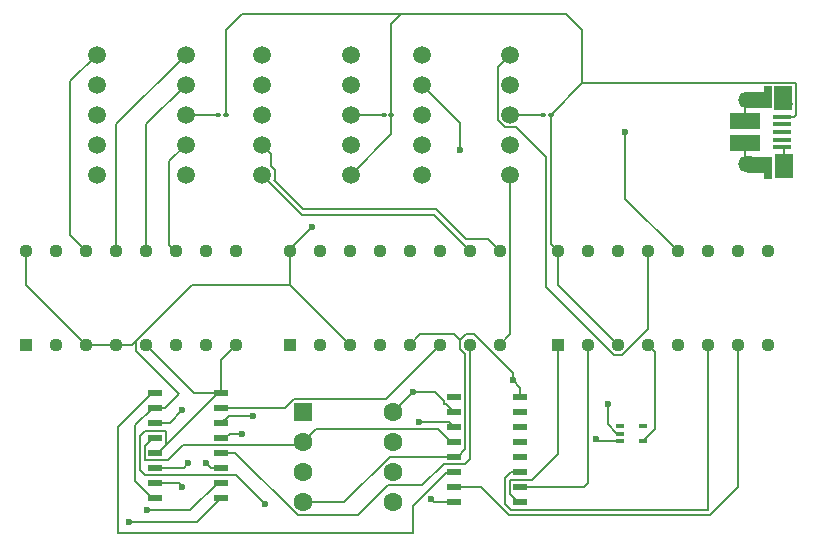
<source format=gbr>
%TF.GenerationSoftware,KiCad,Pcbnew,9.0.1*%
%TF.CreationDate,2025-05-07T13:52:14+02:00*%
%TF.ProjectId,HelioHeat,48656c69-6f48-4656-9174-2e6b69636164,rev?*%
%TF.SameCoordinates,Original*%
%TF.FileFunction,Copper,L1,Top*%
%TF.FilePolarity,Positive*%
%FSLAX46Y46*%
G04 Gerber Fmt 4.6, Leading zero omitted, Abs format (unit mm)*
G04 Created by KiCad (PCBNEW 9.0.1) date 2025-05-07 13:52:14*
%MOMM*%
%LPD*%
G01*
G04 APERTURE LIST*
G04 Aperture macros list*
%AMRoundRect*
0 Rectangle with rounded corners*
0 $1 Rounding radius*
0 $2 $3 $4 $5 $6 $7 $8 $9 X,Y pos of 4 corners*
0 Add a 4 corners polygon primitive as box body*
4,1,4,$2,$3,$4,$5,$6,$7,$8,$9,$2,$3,0*
0 Add four circle primitives for the rounded corners*
1,1,$1+$1,$2,$3*
1,1,$1+$1,$4,$5*
1,1,$1+$1,$6,$7*
1,1,$1+$1,$8,$9*
0 Add four rect primitives between the rounded corners*
20,1,$1+$1,$2,$3,$4,$5,0*
20,1,$1+$1,$4,$5,$6,$7,0*
20,1,$1+$1,$6,$7,$8,$9,0*
20,1,$1+$1,$8,$9,$2,$3,0*%
G04 Aperture macros list end*
%TA.AperFunction,SMDPad,CuDef*%
%ADD10R,1.200000X0.600000*%
%TD*%
%TA.AperFunction,ComponentPad*%
%ADD11R,1.130000X1.130000*%
%TD*%
%TA.AperFunction,ComponentPad*%
%ADD12C,1.130000*%
%TD*%
%TA.AperFunction,SMDPad,CuDef*%
%ADD13RoundRect,0.100000X-0.130000X-0.100000X0.130000X-0.100000X0.130000X0.100000X-0.130000X0.100000X0*%
%TD*%
%TA.AperFunction,SMDPad,CuDef*%
%ADD14R,1.650000X0.400000*%
%TD*%
%TA.AperFunction,SMDPad,CuDef*%
%ADD15R,0.700000X1.825000*%
%TD*%
%TA.AperFunction,SMDPad,CuDef*%
%ADD16R,1.500000X2.000000*%
%TD*%
%TA.AperFunction,SMDPad,CuDef*%
%ADD17R,2.000000X1.350000*%
%TD*%
%TA.AperFunction,HeatsinkPad*%
%ADD18O,1.700000X1.350000*%
%TD*%
%TA.AperFunction,HeatsinkPad*%
%ADD19O,1.500000X1.100000*%
%TD*%
%TA.AperFunction,SMDPad,CuDef*%
%ADD20R,2.500000X1.430000*%
%TD*%
%TA.AperFunction,ComponentPad*%
%ADD21C,1.508000*%
%TD*%
%TA.AperFunction,SMDPad,CuDef*%
%ADD22RoundRect,0.100000X-0.225000X-0.100000X0.225000X-0.100000X0.225000X0.100000X-0.225000X0.100000X0*%
%TD*%
%TA.AperFunction,ComponentPad*%
%ADD23RoundRect,0.250000X-0.550000X-0.550000X0.550000X-0.550000X0.550000X0.550000X-0.550000X0.550000X0*%
%TD*%
%TA.AperFunction,ComponentPad*%
%ADD24C,1.600000*%
%TD*%
%TA.AperFunction,ViaPad*%
%ADD25C,0.600000*%
%TD*%
%TA.AperFunction,Conductor*%
%ADD26C,0.200000*%
%TD*%
%TA.AperFunction,Conductor*%
%ADD27C,0.180000*%
%TD*%
G04 APERTURE END LIST*
D10*
%TO.P,U6,1,QB*%
%TO.N,Net-(U4-B_IN)*%
X112600000Y-60270000D03*
%TO.P,U6,2,QC*%
%TO.N,Net-(U4-C_IN)*%
X112600000Y-59000000D03*
%TO.P,U6,3,QD*%
%TO.N,Net-(U4-D_IN)*%
X112600000Y-57730000D03*
%TO.P,U6,4,QE*%
%TO.N,unconnected-(U6-QE-Pad4)*%
X112600000Y-56460000D03*
%TO.P,U6,5,QF*%
%TO.N,unconnected-(U6-QF-Pad5)*%
X112600000Y-55190000D03*
%TO.P,U6,6,QG*%
%TO.N,unconnected-(U6-QG-Pad6)*%
X112600000Y-53920000D03*
%TO.P,U6,7,QH*%
%TO.N,unconnected-(U6-QH-Pad7)*%
X112600000Y-52650000D03*
%TO.P,U6,8,GND*%
%TO.N,GND*%
X112600000Y-51380000D03*
%TO.P,U6,9,QH'*%
%TO.N,unconnected-(U6-QH&apos;-Pad9)*%
X107000000Y-51380000D03*
%TO.P,U6,10,~{SRCLR}*%
%TO.N,+5V*%
X107000000Y-52650000D03*
%TO.P,U6,11,SRCLK*%
%TO.N,Net-(U1-~{RESET}{slash}PB5)*%
X107000000Y-53920000D03*
%TO.P,U6,12,RCLK*%
%TO.N,Net-(U1-XTAL1{slash}PB3)*%
X107000000Y-55190000D03*
%TO.P,U6,13,~{OE}*%
%TO.N,GND*%
X107000000Y-56460000D03*
%TO.P,U6,14,SER*%
%TO.N,Net-(U5-QH')*%
X107000000Y-57730000D03*
%TO.P,U6,15,QA*%
%TO.N,Net-(U4-A_IN)*%
X107000000Y-59000000D03*
%TO.P,U6,16,VCC*%
%TO.N,+5V*%
X107000000Y-60270000D03*
%TD*%
D11*
%TO.P,U4,1,B_IN*%
%TO.N,Net-(U4-B_IN)*%
X115800000Y-47000000D03*
D12*
%TO.P,U4,2,C_IN*%
%TO.N,Net-(U4-C_IN)*%
X118340000Y-47000000D03*
%TO.P,U4,3,~{LT}*%
%TO.N,+5V*%
X120880000Y-47000000D03*
%TO.P,U4,4,~{BL}*%
X123420000Y-47000000D03*
%TO.P,U4,5,LE/~{STROBE}*%
%TO.N,GND*%
X125960000Y-47000000D03*
%TO.P,U4,6,D_IN*%
%TO.N,Net-(U4-D_IN)*%
X128500000Y-47000000D03*
%TO.P,U4,7,A_IN*%
%TO.N,Net-(U4-A_IN)*%
X131040000Y-47000000D03*
%TO.P,U4,8,VSS*%
%TO.N,GND*%
X133580000Y-47000000D03*
%TO.P,U4,9,E_OUT*%
%TO.N,Net-(U4-E_OUT)*%
X133580000Y-39060000D03*
%TO.P,U4,10,D_OUT*%
%TO.N,Net-(U4-D_OUT)*%
X131040000Y-39060000D03*
%TO.P,U4,11,C_OUT*%
%TO.N,Net-(U4-C_OUT)*%
X128500000Y-39060000D03*
%TO.P,U4,12,B_OUT*%
%TO.N,Net-(U4-B_OUT)*%
X125960000Y-39060000D03*
%TO.P,U4,13,A_OUT*%
%TO.N,Net-(U4-A_OUT)*%
X123420000Y-39060000D03*
%TO.P,U4,14,G_OUT*%
%TO.N,Net-(U4-G_OUT)*%
X120880000Y-39060000D03*
%TO.P,U4,15,F_OUT*%
%TO.N,Net-(U4-F_OUT)*%
X118340000Y-39060000D03*
%TO.P,U4,16,VDD*%
%TO.N,+5V*%
X115800000Y-39060000D03*
%TD*%
D13*
%TO.P,R3,1*%
%TO.N,Net-(D3-Pad3)*%
X114525000Y-27500000D03*
%TO.P,R3,2*%
%TO.N,+5V*%
X115165000Y-27500000D03*
%TD*%
D11*
%TO.P,U3,1,B_IN*%
%TO.N,Net-(U3-B_IN)*%
X93110000Y-46970000D03*
D12*
%TO.P,U3,2,C_IN*%
%TO.N,Net-(U3-C_IN)*%
X95650000Y-46970000D03*
%TO.P,U3,3,~{LT}*%
%TO.N,+5V*%
X98190000Y-46970000D03*
%TO.P,U3,4,~{BL}*%
X100730000Y-46970000D03*
%TO.P,U3,5,LE/~{STROBE}*%
%TO.N,GND*%
X103270000Y-46970000D03*
%TO.P,U3,6,D_IN*%
%TO.N,Net-(U3-D_IN)*%
X105810000Y-46970000D03*
%TO.P,U3,7,A_IN*%
%TO.N,Net-(U3-A_IN)*%
X108350000Y-46970000D03*
%TO.P,U3,8,VSS*%
%TO.N,GND*%
X110890000Y-46970000D03*
%TO.P,U3,9,E_OUT*%
%TO.N,Net-(U3-E_OUT)*%
X110890000Y-39030000D03*
%TO.P,U3,10,D_OUT*%
%TO.N,Net-(U3-D_OUT)*%
X108350000Y-39030000D03*
%TO.P,U3,11,C_OUT*%
%TO.N,Net-(U3-C_OUT)*%
X105810000Y-39030000D03*
%TO.P,U3,12,B_OUT*%
%TO.N,Net-(U3-B_OUT)*%
X103270000Y-39030000D03*
%TO.P,U3,13,A_OUT*%
%TO.N,Net-(U3-A_OUT)*%
X100730000Y-39030000D03*
%TO.P,U3,14,G_OUT*%
%TO.N,Net-(U3-G_OUT)*%
X98190000Y-39030000D03*
%TO.P,U3,15,F_OUT*%
%TO.N,Net-(U3-F_OUT)*%
X95650000Y-39030000D03*
%TO.P,U3,16,VDD*%
%TO.N,+5V*%
X93110000Y-39030000D03*
%TD*%
D14*
%TO.P,J1,1,VBUS*%
%TO.N,+5V*%
X134765000Y-27675000D03*
%TO.P,J1,2,D-*%
%TO.N,unconnected-(J1-D--Pad2)*%
X134765000Y-28325000D03*
%TO.P,J1,3,D+*%
%TO.N,unconnected-(J1-D+-Pad3)*%
X134765000Y-28975000D03*
%TO.P,J1,4,ID*%
%TO.N,unconnected-(J1-ID-Pad4)*%
X134765000Y-29625000D03*
%TO.P,J1,5,GND*%
%TO.N,GND*%
X134765000Y-30275000D03*
D15*
%TO.P,J1,6,Shield*%
X133565000Y-26025000D03*
D16*
X134865000Y-26125000D03*
D17*
X132815000Y-26245000D03*
D18*
X131885000Y-26245000D03*
D19*
X134885000Y-26555000D03*
D20*
X131615000Y-28015000D03*
X131615000Y-29935000D03*
D19*
X134885000Y-31395000D03*
D18*
X131885000Y-31705000D03*
D17*
X132815000Y-31725000D03*
D16*
X134885000Y-31875000D03*
D15*
X133565000Y-31975000D03*
%TD*%
D21*
%TO.P,D3,1*%
%TO.N,Net-(U4-G_OUT)*%
X104240000Y-22420000D03*
%TO.P,D3,2*%
%TO.N,Net-(U4-F_OUT)*%
X104240000Y-24960000D03*
%TO.P,D3,3*%
%TO.N,Net-(D3-Pad3)*%
X104240000Y-27500000D03*
%TO.P,D3,4*%
%TO.N,Net-(U4-E_OUT)*%
X104240000Y-30040000D03*
%TO.P,D3,5*%
%TO.N,Net-(U4-D_OUT)*%
X104240000Y-32580000D03*
%TO.P,D3,6*%
%TO.N,GND*%
X111760000Y-32580000D03*
%TO.P,D3,7*%
%TO.N,Net-(U4-C_OUT)*%
X111760000Y-30040000D03*
%TO.P,D3,8*%
%TO.N,Net-(D3-Pad3)*%
X111760000Y-27500000D03*
%TO.P,D3,9*%
%TO.N,Net-(U4-B_OUT)*%
X111760000Y-24960000D03*
%TO.P,D3,10*%
%TO.N,Net-(U4-A_OUT)*%
X111760000Y-22420000D03*
%TD*%
D22*
%TO.P,U7,1,NC*%
%TO.N,unconnected-(U7-NC-Pad1)*%
X121050000Y-53850000D03*
%TO.P,U7,2,GND*%
%TO.N,GND*%
X121050000Y-54500000D03*
%TO.P,U7,3,V_{OUT}*%
%TO.N,Net-(U1-PB2)*%
X121050000Y-55150000D03*
%TO.P,U7,4,V_{DD}*%
%TO.N,+5V*%
X122950000Y-55150000D03*
%TO.P,U7,5,NC*%
%TO.N,unconnected-(U7-NC-Pad5)*%
X122950000Y-53850000D03*
%TD*%
D13*
%TO.P,R1,1*%
%TO.N,Net-(D1-Pad3)*%
X87025000Y-27500000D03*
%TO.P,R1,2*%
%TO.N,+5V*%
X87665000Y-27500000D03*
%TD*%
D21*
%TO.P,D1,1*%
%TO.N,Net-(U2-G_OUT)*%
X76740000Y-22420000D03*
%TO.P,D1,2*%
%TO.N,Net-(U2-F_OUT)*%
X76740000Y-24960000D03*
%TO.P,D1,3*%
%TO.N,Net-(D1-Pad3)*%
X76740000Y-27500000D03*
%TO.P,D1,4*%
%TO.N,Net-(U2-E_OUT)*%
X76740000Y-30040000D03*
%TO.P,D1,5*%
%TO.N,Net-(U2-D_OUT)*%
X76740000Y-32580000D03*
%TO.P,D1,6*%
%TO.N,GND*%
X84260000Y-32580000D03*
%TO.P,D1,7*%
%TO.N,Net-(U2-C_OUT)*%
X84260000Y-30040000D03*
%TO.P,D1,8*%
%TO.N,Net-(D1-Pad3)*%
X84260000Y-27500000D03*
%TO.P,D1,9*%
%TO.N,Net-(U2-B_OUT)*%
X84260000Y-24960000D03*
%TO.P,D1,10*%
%TO.N,Net-(U2-A_OUT)*%
X84260000Y-22420000D03*
%TD*%
D23*
%TO.P,U1,1,~{RESET}/PB5*%
%TO.N,Net-(U1-~{RESET}{slash}PB5)*%
X94195000Y-52690000D03*
D24*
%TO.P,U1,2,XTAL1/PB3*%
%TO.N,Net-(U1-XTAL1{slash}PB3)*%
X94195000Y-55230000D03*
%TO.P,U1,3,XTAL2/PB4*%
%TO.N,Net-(U1-XTAL2{slash}PB4)*%
X94195000Y-57770000D03*
%TO.P,U1,4,GND*%
%TO.N,GND*%
X94195000Y-60310000D03*
%TO.P,U1,5,AREF/PB0*%
%TO.N,unconnected-(U1-AREF{slash}PB0-Pad5)*%
X101815000Y-60310000D03*
%TO.P,U1,6,PB1*%
%TO.N,unconnected-(U1-PB1-Pad6)*%
X101815000Y-57770000D03*
%TO.P,U1,7,PB2*%
%TO.N,Net-(U1-PB2)*%
X101815000Y-55230000D03*
%TO.P,U1,8,VCC*%
%TO.N,+5V*%
X101815000Y-52690000D03*
%TD*%
D10*
%TO.P,U5,1,QB*%
%TO.N,Net-(U2-B_IN)*%
X87300000Y-59945000D03*
%TO.P,U5,2,QC*%
%TO.N,Net-(U2-C_IN)*%
X87300000Y-58675000D03*
%TO.P,U5,3,QD*%
%TO.N,Net-(U2-D_IN)*%
X87300000Y-57405000D03*
%TO.P,U5,4,QE*%
%TO.N,Net-(U3-A_IN)*%
X87300000Y-56135000D03*
%TO.P,U5,5,QF*%
%TO.N,Net-(U3-B_IN)*%
X87300000Y-54865000D03*
%TO.P,U5,6,QG*%
%TO.N,Net-(U3-C_IN)*%
X87300000Y-53595000D03*
%TO.P,U5,7,QH*%
%TO.N,Net-(U3-D_IN)*%
X87300000Y-52325000D03*
%TO.P,U5,8,GND*%
%TO.N,GND*%
X87300000Y-51055000D03*
%TO.P,U5,9,QH'*%
%TO.N,Net-(U5-QH')*%
X81700000Y-51055000D03*
%TO.P,U5,10,~{SRCLR}*%
%TO.N,+5V*%
X81700000Y-52325000D03*
%TO.P,U5,11,SRCLK*%
%TO.N,Net-(U1-~{RESET}{slash}PB5)*%
X81700000Y-53595000D03*
%TO.P,U5,12,RCLK*%
%TO.N,Net-(U1-XTAL1{slash}PB3)*%
X81700000Y-54865000D03*
%TO.P,U5,13,~{OE}*%
%TO.N,GND*%
X81700000Y-56135000D03*
%TO.P,U5,14,SER*%
%TO.N,Net-(U1-XTAL2{slash}PB4)*%
X81700000Y-57405000D03*
%TO.P,U5,15,QA*%
%TO.N,Net-(U2-A_IN)*%
X81700000Y-58675000D03*
%TO.P,U5,16,VCC*%
%TO.N,+5V*%
X81700000Y-59945000D03*
%TD*%
D13*
%TO.P,R2,1*%
%TO.N,Net-(D2-Pad3)*%
X101025000Y-27500000D03*
%TO.P,R2,2*%
%TO.N,+5V*%
X101665000Y-27500000D03*
%TD*%
D11*
%TO.P,U2,1,B_IN*%
%TO.N,Net-(U2-B_IN)*%
X70760000Y-47000000D03*
D12*
%TO.P,U2,2,C_IN*%
%TO.N,Net-(U2-C_IN)*%
X73300000Y-47000000D03*
%TO.P,U2,3,~{LT}*%
%TO.N,+5V*%
X75840000Y-47000000D03*
%TO.P,U2,4,~{BL}*%
X78380000Y-47000000D03*
%TO.P,U2,5,LE/~{STROBE}*%
%TO.N,GND*%
X80920000Y-47000000D03*
%TO.P,U2,6,D_IN*%
%TO.N,Net-(U2-D_IN)*%
X83460000Y-47000000D03*
%TO.P,U2,7,A_IN*%
%TO.N,Net-(U2-A_IN)*%
X86000000Y-47000000D03*
%TO.P,U2,8,VSS*%
%TO.N,GND*%
X88540000Y-47000000D03*
%TO.P,U2,9,E_OUT*%
%TO.N,Net-(U2-E_OUT)*%
X88540000Y-39060000D03*
%TO.P,U2,10,D_OUT*%
%TO.N,Net-(U2-D_OUT)*%
X86000000Y-39060000D03*
%TO.P,U2,11,C_OUT*%
%TO.N,Net-(U2-C_OUT)*%
X83460000Y-39060000D03*
%TO.P,U2,12,B_OUT*%
%TO.N,Net-(U2-B_OUT)*%
X80920000Y-39060000D03*
%TO.P,U2,13,A_OUT*%
%TO.N,Net-(U2-A_OUT)*%
X78380000Y-39060000D03*
%TO.P,U2,14,G_OUT*%
%TO.N,Net-(U2-G_OUT)*%
X75840000Y-39060000D03*
%TO.P,U2,15,F_OUT*%
%TO.N,Net-(U2-F_OUT)*%
X73300000Y-39060000D03*
%TO.P,U2,16,VDD*%
%TO.N,+5V*%
X70760000Y-39060000D03*
%TD*%
D21*
%TO.P,D2,1*%
%TO.N,Net-(U3-G_OUT)*%
X90740000Y-22420000D03*
%TO.P,D2,2*%
%TO.N,Net-(U3-F_OUT)*%
X90740000Y-24960000D03*
%TO.P,D2,3*%
%TO.N,Net-(D2-Pad3)*%
X90740000Y-27500000D03*
%TO.P,D2,4*%
%TO.N,Net-(U3-E_OUT)*%
X90740000Y-30040000D03*
%TO.P,D2,5*%
%TO.N,Net-(U3-D_OUT)*%
X90740000Y-32580000D03*
%TO.P,D2,6*%
%TO.N,+5V*%
X98260000Y-32580000D03*
%TO.P,D2,7*%
%TO.N,Net-(U3-C_OUT)*%
X98260000Y-30040000D03*
%TO.P,D2,8*%
%TO.N,Net-(D2-Pad3)*%
X98260000Y-27500000D03*
%TO.P,D2,9*%
%TO.N,Net-(U3-B_OUT)*%
X98260000Y-24960000D03*
%TO.P,D2,10*%
%TO.N,Net-(U3-A_OUT)*%
X98260000Y-22420000D03*
%TD*%
D25*
%TO.N,Net-(U1-PB2)*%
X119000000Y-55000000D03*
%TO.N,Net-(U1-XTAL2{slash}PB4)*%
X84500000Y-57000000D03*
%TO.N,Net-(U1-~{RESET}{slash}PB5)*%
X84000000Y-52500000D03*
X104000000Y-53500000D03*
%TO.N,GND*%
X120000000Y-52000000D03*
X112000000Y-50000000D03*
X91000000Y-60500000D03*
%TO.N,Net-(U4-F_OUT)*%
X107500000Y-30500000D03*
%TO.N,Net-(U4-B_OUT)*%
X121500000Y-29000000D03*
%TO.N,Net-(U2-C_IN)*%
X81000000Y-61000000D03*
%TO.N,Net-(U2-D_IN)*%
X86000000Y-57000000D03*
%TO.N,Net-(U2-B_IN)*%
X79500000Y-62000000D03*
%TO.N,Net-(U2-A_IN)*%
X84000000Y-59000000D03*
%TO.N,Net-(U3-C_IN)*%
X90000000Y-53000000D03*
%TO.N,Net-(U3-B_IN)*%
X89000000Y-54500000D03*
%TO.N,+5V*%
X103500000Y-51000000D03*
X95000000Y-37000000D03*
X105000000Y-60000000D03*
%TD*%
D26*
%TO.N,Net-(U1-PB2)*%
X119150000Y-55150000D02*
X119000000Y-55000000D01*
X121050000Y-55150000D02*
X119150000Y-55150000D01*
%TO.N,Net-(U1-XTAL1{slash}PB3)*%
X81468000Y-54865000D02*
X80799000Y-55534000D01*
X105639000Y-54129000D02*
X95296000Y-54129000D01*
X93959000Y-55466000D02*
X94195000Y-55230000D01*
X107000000Y-55190000D02*
X106700000Y-55190000D01*
X81700000Y-54865000D02*
X81468000Y-54865000D01*
X80799000Y-55534000D02*
X80799000Y-56736000D01*
X95296000Y-54129000D02*
X94195000Y-55230000D01*
X82764000Y-56736000D02*
X84034000Y-55466000D01*
X84034000Y-55466000D02*
X93959000Y-55466000D01*
X80799000Y-56736000D02*
X82764000Y-56736000D01*
X106700000Y-55190000D02*
X105639000Y-54129000D01*
%TO.N,Net-(U1-XTAL2{slash}PB4)*%
X81700000Y-57405000D02*
X84095000Y-57405000D01*
X84095000Y-57405000D02*
X84500000Y-57000000D01*
%TO.N,Net-(U1-~{RESET}{slash}PB5)*%
X107000000Y-53920000D02*
X106580000Y-53500000D01*
X81700000Y-53595000D02*
X82905000Y-53595000D01*
X82905000Y-53595000D02*
X84000000Y-52500000D01*
X106580000Y-53500000D02*
X104000000Y-53500000D01*
%TO.N,GND*%
X107300000Y-56460000D02*
X107949000Y-55811000D01*
X87300000Y-51055000D02*
X87300000Y-48240000D01*
X131615000Y-29935000D02*
X131615000Y-31435000D01*
X97690000Y-60310000D02*
X94195000Y-60310000D01*
X80398000Y-57605000D02*
X80799000Y-58006000D01*
X107484000Y-46611291D02*
X107991291Y-46104000D01*
X131615000Y-28015000D02*
X131615000Y-26515000D01*
X131615000Y-26515000D02*
X131885000Y-26245000D01*
X111760000Y-32580000D02*
X111760000Y-46100000D01*
X81700000Y-56135000D02*
X81932000Y-56135000D01*
X80398000Y-54665000D02*
X80398000Y-57605000D01*
X80799000Y-54264000D02*
X80398000Y-54665000D01*
X108708709Y-46104000D02*
X112000000Y-49395291D01*
X82601000Y-54264000D02*
X80799000Y-54264000D01*
X112000000Y-49395291D02*
X112000000Y-50000000D01*
X107000000Y-56460000D02*
X107300000Y-56460000D01*
X104136000Y-46104000D02*
X106976709Y-46104000D01*
X101540000Y-56460000D02*
X97690000Y-60310000D01*
X107949000Y-55811000D02*
X107949000Y-47793709D01*
X87532000Y-51055000D02*
X87300000Y-51055000D01*
X131615000Y-31435000D02*
X131885000Y-31705000D01*
X87300000Y-51055000D02*
X84975000Y-51055000D01*
X107991291Y-46104000D02*
X108708709Y-46104000D01*
X107484000Y-47328709D02*
X107484000Y-46611291D01*
X121050000Y-54500000D02*
X120805130Y-54500000D01*
X107000000Y-56460000D02*
X101540000Y-56460000D01*
X81932000Y-56135000D02*
X82601000Y-55466000D01*
X134885000Y-30395000D02*
X134765000Y-30275000D01*
X81920000Y-56135000D02*
X81700000Y-56135000D01*
X82601000Y-55466000D02*
X82601000Y-54264000D01*
X84975000Y-51055000D02*
X80920000Y-47000000D01*
X87300000Y-51055000D02*
X87000000Y-51055000D01*
X112600000Y-51380000D02*
X112600000Y-50600000D01*
X134885000Y-31395000D02*
X134885000Y-30395000D01*
X111760000Y-46100000D02*
X110890000Y-46970000D01*
X87000000Y-51055000D02*
X81920000Y-56135000D01*
X87300000Y-48240000D02*
X88540000Y-47000000D01*
X112600000Y-50600000D02*
X112000000Y-50000000D01*
X88506000Y-58006000D02*
X91000000Y-60500000D01*
X120000000Y-53694870D02*
X120000000Y-52000000D01*
X120805130Y-54500000D02*
X120000000Y-53694870D01*
X103270000Y-46970000D02*
X104136000Y-46104000D01*
X106976709Y-46104000D02*
X107484000Y-46611291D01*
X107949000Y-47793709D02*
X107484000Y-47328709D01*
X80799000Y-58006000D02*
X88506000Y-58006000D01*
%TO.N,Net-(U5-QH')*%
X81400000Y-51055000D02*
X81700000Y-51055000D01*
X106420057Y-57730000D02*
X103500000Y-60650057D01*
X78500000Y-62899000D02*
X78500000Y-53955000D01*
X103500000Y-62899000D02*
X78500000Y-62899000D01*
X78500000Y-53955000D02*
X81400000Y-51055000D01*
X103500000Y-60650057D02*
X103500000Y-62899000D01*
X107000000Y-57730000D02*
X106420057Y-57730000D01*
%TO.N,Net-(U2-C_OUT)*%
X82895000Y-31405000D02*
X84260000Y-30040000D01*
X82895000Y-38495000D02*
X82895000Y-31405000D01*
X83460000Y-39060000D02*
X82895000Y-38495000D01*
%TO.N,Net-(U2-A_OUT)*%
X78380000Y-39060000D02*
X78380000Y-28300000D01*
X78380000Y-28300000D02*
X84260000Y-22420000D01*
%TO.N,Net-(U2-B_OUT)*%
X80920000Y-28580000D02*
X80920000Y-28300000D01*
X80920000Y-39060000D02*
X80920000Y-28580000D01*
X80920000Y-28300000D02*
X84260000Y-24960000D01*
%TO.N,Net-(U2-G_OUT)*%
X74500000Y-24660000D02*
X74500000Y-37720000D01*
X74500000Y-37720000D02*
X75840000Y-39060000D01*
X76740000Y-22420000D02*
X74500000Y-24660000D01*
%TO.N,Net-(U3-E_OUT)*%
X105500000Y-35500000D02*
X108000000Y-38000000D01*
X91500000Y-30800000D02*
X91500000Y-31848004D01*
X91795000Y-32143004D02*
X91795000Y-33016996D01*
X91769548Y-33042448D02*
X94227100Y-35500000D01*
X91500000Y-31848004D02*
X91795000Y-32143004D01*
X109860000Y-38000000D02*
X110890000Y-39030000D01*
X94227100Y-35500000D02*
X105500000Y-35500000D01*
X108000000Y-38000000D02*
X109860000Y-38000000D01*
X91795000Y-33016996D02*
X91769548Y-33042448D01*
X90740000Y-30040000D02*
X91500000Y-30800000D01*
%TO.N,Net-(U3-D_OUT)*%
X90740000Y-32580000D02*
X94160000Y-36000000D01*
X105320000Y-36000000D02*
X108350000Y-39030000D01*
X94160000Y-36000000D02*
X105320000Y-36000000D01*
%TO.N,Net-(U4-F_OUT)*%
X104240000Y-24960000D02*
X107500000Y-28220000D01*
X107500000Y-28220000D02*
X107500000Y-30500000D01*
%TO.N,Net-(U4-A_OUT)*%
X120521291Y-47866000D02*
X121238709Y-47866000D01*
X121238709Y-47866000D02*
X123420000Y-45684709D01*
X111323004Y-28555000D02*
X112196996Y-28555000D01*
X114764000Y-42108709D02*
X120521291Y-47866000D01*
X112196996Y-28555000D02*
X114764000Y-31122004D01*
X123420000Y-45684709D02*
X123420000Y-39060000D01*
X114764000Y-31122004D02*
X114764000Y-42108709D01*
X110705000Y-27936996D02*
X111323004Y-28555000D01*
X110705000Y-23475000D02*
X110705000Y-27936996D01*
X111760000Y-22420000D02*
X110705000Y-23475000D01*
%TO.N,Net-(U4-B_OUT)*%
X125960000Y-39060000D02*
X121500000Y-34600000D01*
X121500000Y-34600000D02*
X121500000Y-29000000D01*
%TO.N,Net-(U2-C_IN)*%
X87300000Y-58675000D02*
X87000000Y-58675000D01*
X84675000Y-61000000D02*
X81000000Y-61000000D01*
X87000000Y-58675000D02*
X84675000Y-61000000D01*
%TO.N,Net-(U2-D_IN)*%
X87300000Y-57405000D02*
X86405000Y-57405000D01*
X86405000Y-57405000D02*
X86000000Y-57000000D01*
%TO.N,Net-(U2-B_IN)*%
X85245000Y-62000000D02*
X79500000Y-62000000D01*
X87300000Y-59945000D02*
X85245000Y-62000000D01*
%TO.N,Net-(U2-A_IN)*%
X83675000Y-58675000D02*
X84000000Y-59000000D01*
X81700000Y-58675000D02*
X83675000Y-58675000D01*
%TO.N,Net-(U3-C_IN)*%
X87300000Y-53595000D02*
X87895000Y-53000000D01*
X87895000Y-53000000D02*
X90000000Y-53000000D01*
%TO.N,Net-(U3-A_IN)*%
X106099000Y-57061000D02*
X107901000Y-57061000D01*
X93738950Y-61411000D02*
X98818950Y-61411000D01*
X108350000Y-56612000D02*
X108350000Y-46970000D01*
X101358950Y-58871000D02*
X104289000Y-58871000D01*
X98818950Y-61411000D02*
X101358950Y-58871000D01*
X88462950Y-56135000D02*
X93738950Y-61411000D01*
X104289000Y-58871000D02*
X106099000Y-57061000D01*
X107901000Y-57061000D02*
X108350000Y-56612000D01*
X87300000Y-56135000D02*
X88462950Y-56135000D01*
%TO.N,Net-(U3-D_IN)*%
X87300000Y-52325000D02*
X92673840Y-52325000D01*
X101191000Y-51589000D02*
X105810000Y-46970000D01*
X93409840Y-51589000D02*
X101191000Y-51589000D01*
X92673840Y-52325000D02*
X93409840Y-51589000D01*
%TO.N,Net-(U3-B_IN)*%
X88000000Y-54500000D02*
X89000000Y-54500000D01*
X87635000Y-54865000D02*
X88000000Y-54500000D01*
X87300000Y-54865000D02*
X87635000Y-54865000D01*
%TO.N,Net-(U4-B_IN)*%
X111699000Y-59601000D02*
X111699000Y-58399000D01*
X115800000Y-56200000D02*
X115800000Y-47000000D01*
X112600000Y-60270000D02*
X112368000Y-60270000D01*
X111699000Y-58399000D02*
X113601000Y-58399000D01*
X113601000Y-58399000D02*
X115800000Y-56200000D01*
X112368000Y-60270000D02*
X111699000Y-59601000D01*
%TO.N,Net-(U4-A_IN)*%
X109260900Y-59000000D02*
X111661900Y-61401000D01*
X111661900Y-61401000D02*
X128666100Y-61401000D01*
X128666100Y-61401000D02*
X131040000Y-59027100D01*
X131040000Y-59027100D02*
X131040000Y-47000000D01*
X107000000Y-59000000D02*
X109260900Y-59000000D01*
%TO.N,Net-(U4-C_IN)*%
X118340000Y-58660000D02*
X118340000Y-47000000D01*
X118000000Y-59000000D02*
X118340000Y-58660000D01*
X112600000Y-59000000D02*
X118000000Y-59000000D01*
%TO.N,Net-(U4-D_IN)*%
X128500000Y-61000000D02*
X128500000Y-47000000D01*
X112600000Y-57730000D02*
X111800900Y-57730000D01*
X111298000Y-58232900D02*
X111298000Y-60470000D01*
X111298000Y-60470000D02*
X111828000Y-61000000D01*
X111828000Y-61000000D02*
X128500000Y-61000000D01*
X111800900Y-57730000D02*
X111298000Y-58232900D01*
D27*
%TO.N,Net-(D1-Pad3)*%
X84260000Y-27500000D02*
X87025000Y-27500000D01*
%TO.N,Net-(D2-Pad3)*%
X98260000Y-27500000D02*
X101025000Y-27500000D01*
D26*
%TO.N,Net-(D3-Pad3)*%
X111760000Y-27500000D02*
X114525000Y-27500000D01*
%TO.N,+5V*%
X78380000Y-47000000D02*
X79695291Y-47000000D01*
X93110000Y-39030000D02*
X93110000Y-38890000D01*
X122950000Y-55150000D02*
X124000000Y-54100000D01*
X93110000Y-38890000D02*
X95000000Y-37000000D01*
X79695291Y-47000000D02*
X80054000Y-46641291D01*
X107000000Y-60270000D02*
X105270000Y-60270000D01*
X135936000Y-24844000D02*
X135903500Y-24811500D01*
X120880000Y-47000000D02*
X115800000Y-41920000D01*
X102500000Y-19000000D02*
X101665000Y-19835000D01*
X80054000Y-47529000D02*
X80054000Y-46641291D01*
X106331000Y-51981000D02*
X106099000Y-51981000D01*
X135936000Y-27529000D02*
X135936000Y-24844000D01*
X84805291Y-41890000D02*
X93110000Y-41890000D01*
X81700000Y-52325000D02*
X82500000Y-52325000D01*
X75840000Y-47000000D02*
X70760000Y-41920000D01*
X105270000Y-60270000D02*
X105000000Y-60000000D01*
X135790000Y-27675000D02*
X135936000Y-27529000D01*
X79997000Y-58542000D02*
X79997000Y-53796000D01*
X79997000Y-53796000D02*
X81468000Y-52325000D01*
X105350000Y-51000000D02*
X103505000Y-51000000D01*
X81700000Y-59945000D02*
X81400000Y-59945000D01*
X98190000Y-46970000D02*
X93110000Y-41890000D01*
X115800000Y-41920000D02*
X115800000Y-39060000D01*
X89000000Y-19000000D02*
X87665000Y-20335000D01*
X115165000Y-27500000D02*
X115165000Y-38425000D01*
X82500000Y-52325000D02*
X83675000Y-51150000D01*
X116500000Y-19000000D02*
X102500000Y-19000000D01*
X117853500Y-24811500D02*
X117853500Y-20353500D01*
X75840000Y-47000000D02*
X78380000Y-47000000D01*
X106099000Y-51981000D02*
X106099000Y-51749000D01*
X103505000Y-51000000D02*
X101815000Y-52690000D01*
X115165000Y-38425000D02*
X115800000Y-39060000D01*
X83675000Y-51150000D02*
X80054000Y-47529000D01*
X106099000Y-51749000D02*
X105350000Y-51000000D01*
X81400000Y-59945000D02*
X79997000Y-58542000D01*
X93110000Y-41890000D02*
X93110000Y-39030000D01*
X70760000Y-41920000D02*
X70760000Y-39060000D01*
X134765000Y-27675000D02*
X135790000Y-27675000D01*
X80054000Y-46641291D02*
X84805291Y-41890000D01*
X124000000Y-54100000D02*
X124000000Y-47580000D01*
X101665000Y-19835000D02*
X101665000Y-27500000D01*
X117853500Y-20353500D02*
X116500000Y-19000000D01*
X87665000Y-20335000D02*
X87665000Y-27500000D01*
X102500000Y-19000000D02*
X89000000Y-19000000D01*
X101665000Y-27500000D02*
X101665000Y-29175000D01*
X135903500Y-24811500D02*
X117853500Y-24811500D01*
X117853500Y-24811500D02*
X115165000Y-27500000D01*
X107000000Y-52650000D02*
X106331000Y-51981000D01*
X101665000Y-29175000D02*
X98260000Y-32580000D01*
X124000000Y-47580000D02*
X123420000Y-47000000D01*
X81468000Y-52325000D02*
X81700000Y-52325000D01*
%TD*%
M02*

</source>
